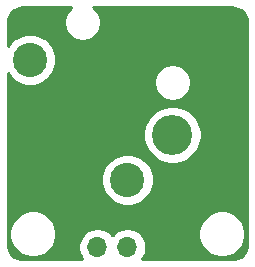
<source format=gtl>
%TF.GenerationSoftware,KiCad,Pcbnew,(5.1.12-1-10_14)*%
%TF.CreationDate,2021-12-10T03:56:51-06:00*%
%TF.ProjectId,xlr_breakout_board,786c725f-6272-4656-916b-6f75745f626f,0.0.1*%
%TF.SameCoordinates,Original*%
%TF.FileFunction,Copper,L1,Top*%
%TF.FilePolarity,Positive*%
%FSLAX46Y46*%
G04 Gerber Fmt 4.6, Leading zero omitted, Abs format (unit mm)*
G04 Created by KiCad (PCBNEW (5.1.12-1-10_14)) date 2021-12-10 03:56:51*
%MOMM*%
%LPD*%
G01*
G04 APERTURE LIST*
%TA.AperFunction,ComponentPad*%
%ADD10C,2.900000*%
%TD*%
%TA.AperFunction,ComponentPad*%
%ADD11C,3.400000*%
%TD*%
%TA.AperFunction,ComponentPad*%
%ADD12O,1.700000X1.700000*%
%TD*%
%TA.AperFunction,ComponentPad*%
%ADD13R,1.700000X1.700000*%
%TD*%
%TA.AperFunction,Conductor*%
%ADD14C,0.254000*%
%TD*%
%TA.AperFunction,Conductor*%
%ADD15C,0.100000*%
%TD*%
G04 APERTURE END LIST*
D10*
%TO.P,J1,G*%
%TO.N,N/C*%
X-8250000Y15880000D03*
%TO.P,J1,3*%
%TO.N,/XLR-*%
X0Y5710000D03*
D11*
%TO.P,J1,2*%
%TO.N,/XLR+*%
X3810000Y9525000D03*
%TO.P,J1,1*%
%TO.N,Net-(J1-Pad1)*%
X-3810000Y10160000D03*
%TD*%
D12*
%TO.P,J2,3*%
%TO.N,/XLR-*%
X-2540000Y0D03*
%TO.P,J2,2*%
%TO.N,/XLR+*%
X0Y0D03*
D13*
%TO.P,J2,1*%
%TO.N,Net-(J1-Pad1)*%
X2540000Y0D03*
%TD*%
D14*
%TO.N,Net-(J1-Pad1)*%
X-4805717Y20263285D02*
X-5023285Y20045717D01*
X-5194227Y19789885D01*
X-5311973Y19505619D01*
X-5372000Y19203844D01*
X-5372000Y18896156D01*
X-5311973Y18594381D01*
X-5194227Y18310115D01*
X-5023285Y18054283D01*
X-4805717Y17836715D01*
X-4549885Y17665773D01*
X-4265619Y17548027D01*
X-3963844Y17488000D01*
X-3656156Y17488000D01*
X-3354381Y17548027D01*
X-3070115Y17665773D01*
X-2814283Y17836715D01*
X-2596715Y18054283D01*
X-2425773Y18310115D01*
X-2308027Y18594381D01*
X-2248000Y18896156D01*
X-2248000Y19203844D01*
X-2308027Y19505619D01*
X-2425773Y19789885D01*
X-2596715Y20045717D01*
X-2814283Y20263285D01*
X-2880156Y20307300D01*
X8852108Y20307300D01*
X9133489Y20279710D01*
X9367707Y20208996D01*
X9583721Y20094139D01*
X9773322Y19939505D01*
X9929269Y19750995D01*
X10045634Y19535784D01*
X10117981Y19302068D01*
X10147300Y19023113D01*
X10147301Y291903D01*
X10119710Y10510D01*
X10048997Y-223703D01*
X9934137Y-439725D01*
X9779507Y-629319D01*
X9590997Y-785268D01*
X9375783Y-901635D01*
X9142069Y-973981D01*
X8863113Y-1003300D01*
X1268352Y-1003300D01*
X1428536Y-763568D01*
X1550052Y-470203D01*
X1612000Y-158768D01*
X1612000Y158768D01*
X1550052Y470203D01*
X1428536Y763568D01*
X1252122Y1027590D01*
X1027590Y1252122D01*
X896798Y1339515D01*
X6014905Y1339515D01*
X6014905Y948485D01*
X6091191Y564969D01*
X6240832Y203705D01*
X6458076Y-121424D01*
X6734576Y-397924D01*
X7059705Y-615168D01*
X7420969Y-764809D01*
X7804485Y-841095D01*
X8195515Y-841095D01*
X8579031Y-764809D01*
X8940295Y-615168D01*
X9265424Y-397924D01*
X9541924Y-121424D01*
X9759168Y203705D01*
X9908809Y564969D01*
X9985095Y948485D01*
X9985095Y1339515D01*
X9908809Y1723031D01*
X9759168Y2084295D01*
X9541924Y2409424D01*
X9265424Y2685924D01*
X8940295Y2903168D01*
X8579031Y3052809D01*
X8195515Y3129095D01*
X7804485Y3129095D01*
X7420969Y3052809D01*
X7059705Y2903168D01*
X6734576Y2685924D01*
X6458076Y2409424D01*
X6240832Y2084295D01*
X6091191Y1723031D01*
X6014905Y1339515D01*
X896798Y1339515D01*
X763568Y1428536D01*
X470203Y1550052D01*
X158768Y1612000D01*
X-158768Y1612000D01*
X-470203Y1550052D01*
X-763568Y1428536D01*
X-1027590Y1252122D01*
X-1252122Y1027590D01*
X-1270000Y1000834D01*
X-1287878Y1027590D01*
X-1512410Y1252122D01*
X-1776432Y1428536D01*
X-2069797Y1550052D01*
X-2381232Y1612000D01*
X-2698768Y1612000D01*
X-3010203Y1550052D01*
X-3303568Y1428536D01*
X-3567590Y1252122D01*
X-3792122Y1027590D01*
X-3968536Y763568D01*
X-4090052Y470203D01*
X-4152000Y158768D01*
X-4152000Y-158768D01*
X-4090052Y-470203D01*
X-3968536Y-763568D01*
X-3808352Y-1003300D01*
X-8852107Y-1003300D01*
X-9133490Y-975710D01*
X-9367703Y-904997D01*
X-9583725Y-790137D01*
X-9773319Y-635507D01*
X-9929268Y-446997D01*
X-10045635Y-231783D01*
X-10117981Y1931D01*
X-10147300Y280887D01*
X-10147300Y1339515D01*
X-9985095Y1339515D01*
X-9985095Y948485D01*
X-9908809Y564969D01*
X-9759168Y203705D01*
X-9541924Y-121424D01*
X-9265424Y-397924D01*
X-8940295Y-615168D01*
X-8579031Y-764809D01*
X-8195515Y-841095D01*
X-7804485Y-841095D01*
X-7420969Y-764809D01*
X-7059705Y-615168D01*
X-6734576Y-397924D01*
X-6458076Y-121424D01*
X-6240832Y203705D01*
X-6091191Y564969D01*
X-6014905Y948485D01*
X-6014905Y1339515D01*
X-6091191Y1723031D01*
X-6240832Y2084295D01*
X-6458076Y2409424D01*
X-6734576Y2685924D01*
X-7059705Y2903168D01*
X-7420969Y3052809D01*
X-7804485Y3129095D01*
X-8195515Y3129095D01*
X-8579031Y3052809D01*
X-8940295Y2903168D01*
X-9265424Y2685924D01*
X-9541924Y2409424D01*
X-9759168Y2084295D01*
X-9908809Y1723031D01*
X-9985095Y1339515D01*
X-10147300Y1339515D01*
X-10147300Y5927863D01*
X-2212000Y5927863D01*
X-2212000Y5492137D01*
X-2126994Y5064783D01*
X-1960249Y4662225D01*
X-1718173Y4299932D01*
X-1410068Y3991827D01*
X-1047775Y3749751D01*
X-645217Y3583006D01*
X-217863Y3498000D01*
X217863Y3498000D01*
X645217Y3583006D01*
X1047775Y3749751D01*
X1410068Y3991827D01*
X1718173Y4299932D01*
X1960249Y4662225D01*
X2126994Y5064783D01*
X2212000Y5492137D01*
X2212000Y5927863D01*
X2126994Y6355217D01*
X1960249Y6757775D01*
X1718173Y7120068D01*
X1410068Y7428173D01*
X1047775Y7670249D01*
X645217Y7836994D01*
X217863Y7922000D01*
X-217863Y7922000D01*
X-645217Y7836994D01*
X-1047775Y7670249D01*
X-1410068Y7428173D01*
X-1718173Y7120068D01*
X-1960249Y6757775D01*
X-2126994Y6355217D01*
X-2212000Y5927863D01*
X-10147300Y5927863D01*
X-10147300Y9767486D01*
X1348000Y9767486D01*
X1348000Y9282514D01*
X1442613Y8806861D01*
X1628204Y8358805D01*
X1897639Y7955566D01*
X2240566Y7612639D01*
X2643805Y7343204D01*
X3091861Y7157613D01*
X3567514Y7063000D01*
X4052486Y7063000D01*
X4528139Y7157613D01*
X4976195Y7343204D01*
X5379434Y7612639D01*
X5722361Y7955566D01*
X5991796Y8358805D01*
X6177387Y8806861D01*
X6272000Y9282514D01*
X6272000Y9767486D01*
X6177387Y10243139D01*
X5991796Y10691195D01*
X5722361Y11094434D01*
X5379434Y11437361D01*
X4976195Y11706796D01*
X4528139Y11892387D01*
X4052486Y11987000D01*
X3567514Y11987000D01*
X3091861Y11892387D01*
X2643805Y11706796D01*
X2240566Y11437361D01*
X1897639Y11094434D01*
X1628204Y10691195D01*
X1442613Y10243139D01*
X1348000Y9767486D01*
X-10147300Y9767486D01*
X-10147300Y14738015D01*
X-9968173Y14469932D01*
X-9660068Y14161827D01*
X-9297775Y13919751D01*
X-8895217Y13753006D01*
X-8467863Y13668000D01*
X-8032137Y13668000D01*
X-7604783Y13753006D01*
X-7202225Y13919751D01*
X-6896778Y14123844D01*
X2248000Y14123844D01*
X2248000Y13816156D01*
X2308027Y13514381D01*
X2425773Y13230115D01*
X2596715Y12974283D01*
X2814283Y12756715D01*
X3070115Y12585773D01*
X3354381Y12468027D01*
X3656156Y12408000D01*
X3963844Y12408000D01*
X4265619Y12468027D01*
X4549885Y12585773D01*
X4805717Y12756715D01*
X5023285Y12974283D01*
X5194227Y13230115D01*
X5311973Y13514381D01*
X5372000Y13816156D01*
X5372000Y14123844D01*
X5311973Y14425619D01*
X5194227Y14709885D01*
X5023285Y14965717D01*
X4805717Y15183285D01*
X4549885Y15354227D01*
X4265619Y15471973D01*
X3963844Y15532000D01*
X3656156Y15532000D01*
X3354381Y15471973D01*
X3070115Y15354227D01*
X2814283Y15183285D01*
X2596715Y14965717D01*
X2425773Y14709885D01*
X2308027Y14425619D01*
X2248000Y14123844D01*
X-6896778Y14123844D01*
X-6839932Y14161827D01*
X-6531827Y14469932D01*
X-6289751Y14832225D01*
X-6123006Y15234783D01*
X-6038000Y15662137D01*
X-6038000Y16097863D01*
X-6123006Y16525217D01*
X-6289751Y16927775D01*
X-6531827Y17290068D01*
X-6839932Y17598173D01*
X-7202225Y17840249D01*
X-7604783Y18006994D01*
X-8032137Y18092000D01*
X-8467863Y18092000D01*
X-8895217Y18006994D01*
X-9297775Y17840249D01*
X-9660068Y17598173D01*
X-9968173Y17290068D01*
X-10147300Y17021985D01*
X-10147300Y19012108D01*
X-10119710Y19293489D01*
X-10048996Y19527707D01*
X-9934139Y19743721D01*
X-9779505Y19933322D01*
X-9590995Y20089269D01*
X-9375784Y20205634D01*
X-9142068Y20277981D01*
X-8863113Y20307300D01*
X-4739844Y20307300D01*
X-4805717Y20263285D01*
%TA.AperFunction,Conductor*%
D15*
G36*
X-4805717Y20263285D02*
G01*
X-5023285Y20045717D01*
X-5194227Y19789885D01*
X-5311973Y19505619D01*
X-5372000Y19203844D01*
X-5372000Y18896156D01*
X-5311973Y18594381D01*
X-5194227Y18310115D01*
X-5023285Y18054283D01*
X-4805717Y17836715D01*
X-4549885Y17665773D01*
X-4265619Y17548027D01*
X-3963844Y17488000D01*
X-3656156Y17488000D01*
X-3354381Y17548027D01*
X-3070115Y17665773D01*
X-2814283Y17836715D01*
X-2596715Y18054283D01*
X-2425773Y18310115D01*
X-2308027Y18594381D01*
X-2248000Y18896156D01*
X-2248000Y19203844D01*
X-2308027Y19505619D01*
X-2425773Y19789885D01*
X-2596715Y20045717D01*
X-2814283Y20263285D01*
X-2880156Y20307300D01*
X8852108Y20307300D01*
X9133489Y20279710D01*
X9367707Y20208996D01*
X9583721Y20094139D01*
X9773322Y19939505D01*
X9929269Y19750995D01*
X10045634Y19535784D01*
X10117981Y19302068D01*
X10147300Y19023113D01*
X10147301Y291903D01*
X10119710Y10510D01*
X10048997Y-223703D01*
X9934137Y-439725D01*
X9779507Y-629319D01*
X9590997Y-785268D01*
X9375783Y-901635D01*
X9142069Y-973981D01*
X8863113Y-1003300D01*
X1268352Y-1003300D01*
X1428536Y-763568D01*
X1550052Y-470203D01*
X1612000Y-158768D01*
X1612000Y158768D01*
X1550052Y470203D01*
X1428536Y763568D01*
X1252122Y1027590D01*
X1027590Y1252122D01*
X896798Y1339515D01*
X6014905Y1339515D01*
X6014905Y948485D01*
X6091191Y564969D01*
X6240832Y203705D01*
X6458076Y-121424D01*
X6734576Y-397924D01*
X7059705Y-615168D01*
X7420969Y-764809D01*
X7804485Y-841095D01*
X8195515Y-841095D01*
X8579031Y-764809D01*
X8940295Y-615168D01*
X9265424Y-397924D01*
X9541924Y-121424D01*
X9759168Y203705D01*
X9908809Y564969D01*
X9985095Y948485D01*
X9985095Y1339515D01*
X9908809Y1723031D01*
X9759168Y2084295D01*
X9541924Y2409424D01*
X9265424Y2685924D01*
X8940295Y2903168D01*
X8579031Y3052809D01*
X8195515Y3129095D01*
X7804485Y3129095D01*
X7420969Y3052809D01*
X7059705Y2903168D01*
X6734576Y2685924D01*
X6458076Y2409424D01*
X6240832Y2084295D01*
X6091191Y1723031D01*
X6014905Y1339515D01*
X896798Y1339515D01*
X763568Y1428536D01*
X470203Y1550052D01*
X158768Y1612000D01*
X-158768Y1612000D01*
X-470203Y1550052D01*
X-763568Y1428536D01*
X-1027590Y1252122D01*
X-1252122Y1027590D01*
X-1270000Y1000834D01*
X-1287878Y1027590D01*
X-1512410Y1252122D01*
X-1776432Y1428536D01*
X-2069797Y1550052D01*
X-2381232Y1612000D01*
X-2698768Y1612000D01*
X-3010203Y1550052D01*
X-3303568Y1428536D01*
X-3567590Y1252122D01*
X-3792122Y1027590D01*
X-3968536Y763568D01*
X-4090052Y470203D01*
X-4152000Y158768D01*
X-4152000Y-158768D01*
X-4090052Y-470203D01*
X-3968536Y-763568D01*
X-3808352Y-1003300D01*
X-8852107Y-1003300D01*
X-9133490Y-975710D01*
X-9367703Y-904997D01*
X-9583725Y-790137D01*
X-9773319Y-635507D01*
X-9929268Y-446997D01*
X-10045635Y-231783D01*
X-10117981Y1931D01*
X-10147300Y280887D01*
X-10147300Y1339515D01*
X-9985095Y1339515D01*
X-9985095Y948485D01*
X-9908809Y564969D01*
X-9759168Y203705D01*
X-9541924Y-121424D01*
X-9265424Y-397924D01*
X-8940295Y-615168D01*
X-8579031Y-764809D01*
X-8195515Y-841095D01*
X-7804485Y-841095D01*
X-7420969Y-764809D01*
X-7059705Y-615168D01*
X-6734576Y-397924D01*
X-6458076Y-121424D01*
X-6240832Y203705D01*
X-6091191Y564969D01*
X-6014905Y948485D01*
X-6014905Y1339515D01*
X-6091191Y1723031D01*
X-6240832Y2084295D01*
X-6458076Y2409424D01*
X-6734576Y2685924D01*
X-7059705Y2903168D01*
X-7420969Y3052809D01*
X-7804485Y3129095D01*
X-8195515Y3129095D01*
X-8579031Y3052809D01*
X-8940295Y2903168D01*
X-9265424Y2685924D01*
X-9541924Y2409424D01*
X-9759168Y2084295D01*
X-9908809Y1723031D01*
X-9985095Y1339515D01*
X-10147300Y1339515D01*
X-10147300Y5927863D01*
X-2212000Y5927863D01*
X-2212000Y5492137D01*
X-2126994Y5064783D01*
X-1960249Y4662225D01*
X-1718173Y4299932D01*
X-1410068Y3991827D01*
X-1047775Y3749751D01*
X-645217Y3583006D01*
X-217863Y3498000D01*
X217863Y3498000D01*
X645217Y3583006D01*
X1047775Y3749751D01*
X1410068Y3991827D01*
X1718173Y4299932D01*
X1960249Y4662225D01*
X2126994Y5064783D01*
X2212000Y5492137D01*
X2212000Y5927863D01*
X2126994Y6355217D01*
X1960249Y6757775D01*
X1718173Y7120068D01*
X1410068Y7428173D01*
X1047775Y7670249D01*
X645217Y7836994D01*
X217863Y7922000D01*
X-217863Y7922000D01*
X-645217Y7836994D01*
X-1047775Y7670249D01*
X-1410068Y7428173D01*
X-1718173Y7120068D01*
X-1960249Y6757775D01*
X-2126994Y6355217D01*
X-2212000Y5927863D01*
X-10147300Y5927863D01*
X-10147300Y9767486D01*
X1348000Y9767486D01*
X1348000Y9282514D01*
X1442613Y8806861D01*
X1628204Y8358805D01*
X1897639Y7955566D01*
X2240566Y7612639D01*
X2643805Y7343204D01*
X3091861Y7157613D01*
X3567514Y7063000D01*
X4052486Y7063000D01*
X4528139Y7157613D01*
X4976195Y7343204D01*
X5379434Y7612639D01*
X5722361Y7955566D01*
X5991796Y8358805D01*
X6177387Y8806861D01*
X6272000Y9282514D01*
X6272000Y9767486D01*
X6177387Y10243139D01*
X5991796Y10691195D01*
X5722361Y11094434D01*
X5379434Y11437361D01*
X4976195Y11706796D01*
X4528139Y11892387D01*
X4052486Y11987000D01*
X3567514Y11987000D01*
X3091861Y11892387D01*
X2643805Y11706796D01*
X2240566Y11437361D01*
X1897639Y11094434D01*
X1628204Y10691195D01*
X1442613Y10243139D01*
X1348000Y9767486D01*
X-10147300Y9767486D01*
X-10147300Y14738015D01*
X-9968173Y14469932D01*
X-9660068Y14161827D01*
X-9297775Y13919751D01*
X-8895217Y13753006D01*
X-8467863Y13668000D01*
X-8032137Y13668000D01*
X-7604783Y13753006D01*
X-7202225Y13919751D01*
X-6896778Y14123844D01*
X2248000Y14123844D01*
X2248000Y13816156D01*
X2308027Y13514381D01*
X2425773Y13230115D01*
X2596715Y12974283D01*
X2814283Y12756715D01*
X3070115Y12585773D01*
X3354381Y12468027D01*
X3656156Y12408000D01*
X3963844Y12408000D01*
X4265619Y12468027D01*
X4549885Y12585773D01*
X4805717Y12756715D01*
X5023285Y12974283D01*
X5194227Y13230115D01*
X5311973Y13514381D01*
X5372000Y13816156D01*
X5372000Y14123844D01*
X5311973Y14425619D01*
X5194227Y14709885D01*
X5023285Y14965717D01*
X4805717Y15183285D01*
X4549885Y15354227D01*
X4265619Y15471973D01*
X3963844Y15532000D01*
X3656156Y15532000D01*
X3354381Y15471973D01*
X3070115Y15354227D01*
X2814283Y15183285D01*
X2596715Y14965717D01*
X2425773Y14709885D01*
X2308027Y14425619D01*
X2248000Y14123844D01*
X-6896778Y14123844D01*
X-6839932Y14161827D01*
X-6531827Y14469932D01*
X-6289751Y14832225D01*
X-6123006Y15234783D01*
X-6038000Y15662137D01*
X-6038000Y16097863D01*
X-6123006Y16525217D01*
X-6289751Y16927775D01*
X-6531827Y17290068D01*
X-6839932Y17598173D01*
X-7202225Y17840249D01*
X-7604783Y18006994D01*
X-8032137Y18092000D01*
X-8467863Y18092000D01*
X-8895217Y18006994D01*
X-9297775Y17840249D01*
X-9660068Y17598173D01*
X-9968173Y17290068D01*
X-10147300Y17021985D01*
X-10147300Y19012108D01*
X-10119710Y19293489D01*
X-10048996Y19527707D01*
X-9934139Y19743721D01*
X-9779505Y19933322D01*
X-9590995Y20089269D01*
X-9375784Y20205634D01*
X-9142068Y20277981D01*
X-8863113Y20307300D01*
X-4739844Y20307300D01*
X-4805717Y20263285D01*
G37*
%TD.AperFunction*%
%TD*%
M02*

</source>
